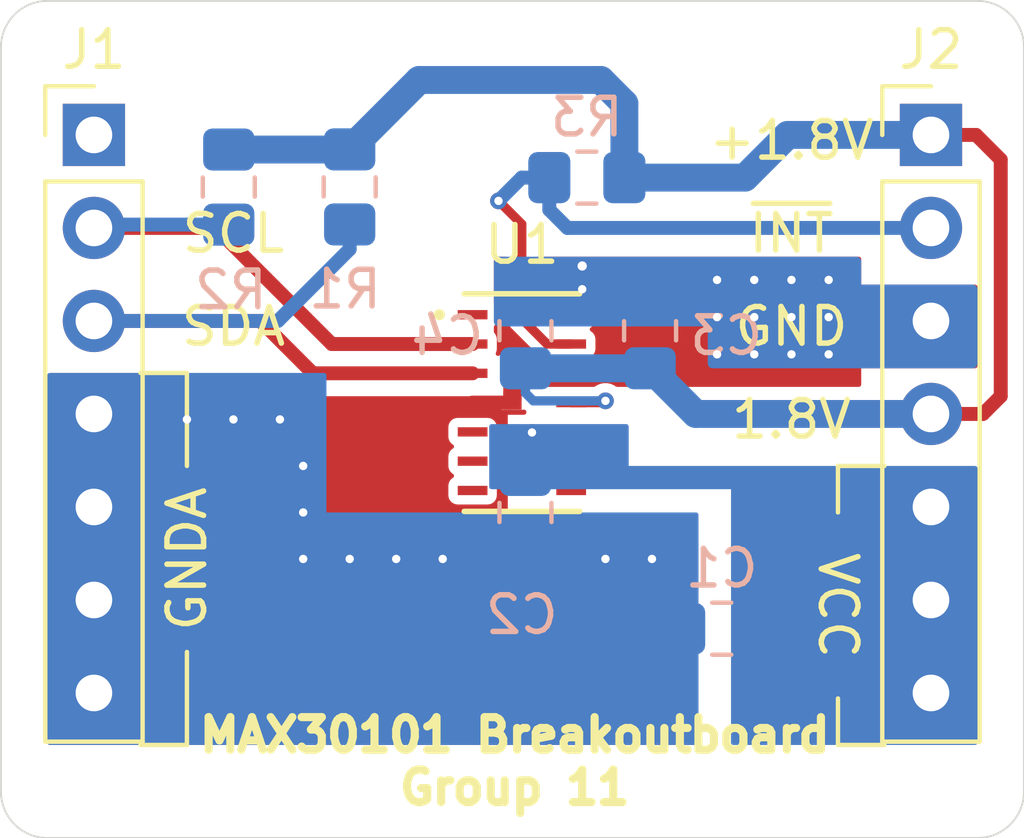
<source format=kicad_pcb>
(kicad_pcb (version 20171130) (host pcbnew 5.1.4-e60b266~84~ubuntu18.04.1)

  (general
    (thickness 1.6)
    (drawings 26)
    (tracks 84)
    (zones 0)
    (modules 11)
    (nets 15)
  )

  (page A4)
  (layers
    (0 F.Cu signal)
    (31 B.Cu signal)
    (32 B.Adhes user hide)
    (33 F.Adhes user hide)
    (34 B.Paste user)
    (35 F.Paste user hide)
    (36 B.SilkS user)
    (37 F.SilkS user)
    (38 B.Mask user)
    (39 F.Mask user)
    (40 Dwgs.User user hide)
    (41 Cmts.User user)
    (42 Eco1.User user)
    (43 Eco2.User user)
    (44 Edge.Cuts user)
    (45 Margin user)
    (46 B.CrtYd user)
    (47 F.CrtYd user hide)
    (48 B.Fab user)
    (49 F.Fab user)
  )

  (setup
    (last_trace_width 0.508)
    (user_trace_width 0.127)
    (user_trace_width 0.1524)
    (user_trace_width 0.2286)
    (user_trace_width 0.254)
    (user_trace_width 0.381)
    (user_trace_width 0.508)
    (user_trace_width 0.762)
    (user_trace_width 1.016)
    (user_trace_width 1.27)
    (trace_clearance 0.2)
    (zone_clearance 0.254)
    (zone_45_only no)
    (trace_min 0.127)
    (via_size 0.8)
    (via_drill 0.4)
    (via_min_size 0.45)
    (via_min_drill 0.2)
    (user_via 0.4572 0.2286)
    (user_via 0.4826 0.254)
    (user_via 0.508 0.381)
    (user_via 0.762 0.635)
    (uvia_size 0.3)
    (uvia_drill 0.1)
    (uvias_allowed no)
    (uvia_min_size 0.2)
    (uvia_min_drill 0.1)
    (edge_width 0.05)
    (segment_width 0.2)
    (pcb_text_width 0.3)
    (pcb_text_size 1.5 1.5)
    (mod_edge_width 0.12)
    (mod_text_size 1 1)
    (mod_text_width 0.15)
    (pad_size 0.5 0.5)
    (pad_drill 0)
    (pad_to_mask_clearance 0.051)
    (solder_mask_min_width 0.25)
    (aux_axis_origin 0 0)
    (visible_elements FFFFF77F)
    (pcbplotparams
      (layerselection 0x010f0_ffffffff)
      (usegerberextensions false)
      (usegerberattributes false)
      (usegerberadvancedattributes false)
      (creategerberjobfile false)
      (excludeedgelayer true)
      (linewidth 0.100000)
      (plotframeref false)
      (viasonmask false)
      (mode 1)
      (useauxorigin false)
      (hpglpennumber 1)
      (hpglpenspeed 20)
      (hpglpendiameter 15.000000)
      (psnegative false)
      (psa4output false)
      (plotreference true)
      (plotvalue true)
      (plotinvisibletext false)
      (padsonsilk false)
      (subtractmaskfromsilk false)
      (outputformat 1)
      (mirror false)
      (drillshape 0)
      (scaleselection 1)
      (outputdirectory "Gerbers/"))
  )

  (net 0 "")
  (net 1 VCC)
  (net 2 GNDA)
  (net 3 GND)
  (net 4 +1V8)
  (net 5 "Net-(J1-Pad3)")
  (net 6 "Net-(J1-Pad2)")
  (net 7 "Net-(J1-Pad1)")
  (net 8 "Net-(J2-Pad2)")
  (net 9 "Net-(U1-Pad1)")
  (net 10 "Net-(U1-Pad5)")
  (net 11 "Net-(U1-Pad6)")
  (net 12 "Net-(U1-Pad7)")
  (net 13 "Net-(U1-Pad8)")
  (net 14 "Net-(U1-Pad14)")

  (net_class Default "This is the default net class."
    (clearance 0.2)
    (trace_width 0.25)
    (via_dia 0.8)
    (via_drill 0.4)
    (uvia_dia 0.3)
    (uvia_drill 0.1)
    (add_net +1V8)
    (add_net GND)
    (add_net GNDA)
    (add_net "Net-(J1-Pad1)")
    (add_net "Net-(J1-Pad2)")
    (add_net "Net-(J1-Pad3)")
    (add_net "Net-(J2-Pad2)")
    (add_net "Net-(U1-Pad1)")
    (add_net "Net-(U1-Pad14)")
    (add_net "Net-(U1-Pad5)")
    (add_net "Net-(U1-Pad6)")
    (add_net "Net-(U1-Pad7)")
    (add_net "Net-(U1-Pad8)")
    (add_net VCC)
  )

  (module Capacitor_SMD:C_0805_2012Metric_Pad1.15x1.40mm_HandSolder (layer B.Cu) (tedit 5B36C52B) (tstamp 5DC3734B)
    (at 17.145 -1.905 180)
    (descr "Capacitor SMD 0805 (2012 Metric), square (rectangular) end terminal, IPC_7351 nominal with elongated pad for handsoldering. (Body size source: https://docs.google.com/spreadsheets/d/1BsfQQcO9C6DZCsRaXUlFlo91Tg2WpOkGARC1WS5S8t0/edit?usp=sharing), generated with kicad-footprint-generator")
    (tags "capacitor handsolder")
    (path /5DC20374)
    (attr smd)
    (fp_text reference C1 (at 0 1.65) (layer B.SilkS)
      (effects (font (size 1 1) (thickness 0.15)) (justify mirror))
    )
    (fp_text value 10uF (at 0 -1.65 180) (layer B.Fab)
      (effects (font (size 1 1) (thickness 0.15)) (justify mirror))
    )
    (fp_line (start -1 -0.6) (end -1 0.6) (layer B.Fab) (width 0.1))
    (fp_line (start -1 0.6) (end 1 0.6) (layer B.Fab) (width 0.1))
    (fp_line (start 1 0.6) (end 1 -0.6) (layer B.Fab) (width 0.1))
    (fp_line (start 1 -0.6) (end -1 -0.6) (layer B.Fab) (width 0.1))
    (fp_line (start -0.261252 0.71) (end 0.261252 0.71) (layer B.SilkS) (width 0.12))
    (fp_line (start -0.261252 -0.71) (end 0.261252 -0.71) (layer B.SilkS) (width 0.12))
    (fp_line (start -1.85 -0.95) (end -1.85 0.95) (layer B.CrtYd) (width 0.05))
    (fp_line (start -1.85 0.95) (end 1.85 0.95) (layer B.CrtYd) (width 0.05))
    (fp_line (start 1.85 0.95) (end 1.85 -0.95) (layer B.CrtYd) (width 0.05))
    (fp_line (start 1.85 -0.95) (end -1.85 -0.95) (layer B.CrtYd) (width 0.05))
    (fp_text user %R (at 0 0 180) (layer B.Fab)
      (effects (font (size 0.5 0.5) (thickness 0.08)) (justify mirror))
    )
    (pad 1 smd roundrect (at -1.025 0 180) (size 1.15 1.4) (layers B.Cu B.Paste B.Mask) (roundrect_rratio 0.217391)
      (net 1 VCC))
    (pad 2 smd roundrect (at 1.025 0 180) (size 1.15 1.4) (layers B.Cu B.Paste B.Mask) (roundrect_rratio 0.217391)
      (net 2 GNDA))
    (model ${KISYS3DMOD}/Capacitor_SMD.3dshapes/C_0805_2012Metric.wrl
      (at (xyz 0 0 0))
      (scale (xyz 1 1 1))
      (rotate (xyz 0 0 0))
    )
  )

  (module Capacitor_SMD:C_0805_2012Metric_Pad1.15x1.40mm_HandSolder (layer B.Cu) (tedit 5B36C52B) (tstamp 5DC37719)
    (at 11.7856 -5.08 270)
    (descr "Capacitor SMD 0805 (2012 Metric), square (rectangular) end terminal, IPC_7351 nominal with elongated pad for handsoldering. (Body size source: https://docs.google.com/spreadsheets/d/1BsfQQcO9C6DZCsRaXUlFlo91Tg2WpOkGARC1WS5S8t0/edit?usp=sharing), generated with kicad-footprint-generator")
    (tags "capacitor handsolder")
    (path /5DC1BC70)
    (attr smd)
    (fp_text reference C2 (at 2.794 0.1016) (layer B.SilkS)
      (effects (font (size 1 1) (thickness 0.15)) (justify mirror))
    )
    (fp_text value 1uF (at 0 -1.65 270) (layer B.Fab)
      (effects (font (size 1 1) (thickness 0.15)) (justify mirror))
    )
    (fp_line (start -1 -0.6) (end -1 0.6) (layer B.Fab) (width 0.1))
    (fp_line (start -1 0.6) (end 1 0.6) (layer B.Fab) (width 0.1))
    (fp_line (start 1 0.6) (end 1 -0.6) (layer B.Fab) (width 0.1))
    (fp_line (start 1 -0.6) (end -1 -0.6) (layer B.Fab) (width 0.1))
    (fp_line (start -0.261252 0.71) (end 0.261252 0.71) (layer B.SilkS) (width 0.12))
    (fp_line (start -0.261252 -0.71) (end 0.261252 -0.71) (layer B.SilkS) (width 0.12))
    (fp_line (start -1.85 -0.95) (end -1.85 0.95) (layer B.CrtYd) (width 0.05))
    (fp_line (start -1.85 0.95) (end 1.85 0.95) (layer B.CrtYd) (width 0.05))
    (fp_line (start 1.85 0.95) (end 1.85 -0.95) (layer B.CrtYd) (width 0.05))
    (fp_line (start 1.85 -0.95) (end -1.85 -0.95) (layer B.CrtYd) (width 0.05))
    (fp_text user %R (at 0 0 270) (layer B.Fab)
      (effects (font (size 0.5 0.5) (thickness 0.08)) (justify mirror))
    )
    (pad 1 smd roundrect (at -1.025 0 270) (size 1.15 1.4) (layers B.Cu B.Paste B.Mask) (roundrect_rratio 0.217391)
      (net 1 VCC))
    (pad 2 smd roundrect (at 1.025 0 270) (size 1.15 1.4) (layers B.Cu B.Paste B.Mask) (roundrect_rratio 0.217391)
      (net 2 GNDA))
    (model ${KISYS3DMOD}/Capacitor_SMD.3dshapes/C_0805_2012Metric.wrl
      (at (xyz 0 0 0))
      (scale (xyz 1 1 1))
      (rotate (xyz 0 0 0))
    )
  )

  (module Capacitor_SMD:C_0805_2012Metric_Pad1.15x1.40mm_HandSolder (layer B.Cu) (tedit 5B36C52B) (tstamp 5DC272D6)
    (at 15.1892 -10.042 90)
    (descr "Capacitor SMD 0805 (2012 Metric), square (rectangular) end terminal, IPC_7351 nominal with elongated pad for handsoldering. (Body size source: https://docs.google.com/spreadsheets/d/1BsfQQcO9C6DZCsRaXUlFlo91Tg2WpOkGARC1WS5S8t0/edit?usp=sharing), generated with kicad-footprint-generator")
    (tags "capacitor handsolder")
    (path /5DC7646F)
    (attr smd)
    (fp_text reference C3 (at -0.136 2.0828) (layer B.SilkS)
      (effects (font (size 1 1) (thickness 0.15)) (justify mirror))
    )
    (fp_text value 10uF (at -0.136 1.778 90) (layer B.Fab)
      (effects (font (size 1 1) (thickness 0.15)) (justify mirror))
    )
    (fp_text user %R (at 0 0 270) (layer B.Fab)
      (effects (font (size 0.5 0.5) (thickness 0.08)) (justify mirror))
    )
    (fp_line (start 1.85 -0.95) (end -1.85 -0.95) (layer B.CrtYd) (width 0.05))
    (fp_line (start 1.85 0.95) (end 1.85 -0.95) (layer B.CrtYd) (width 0.05))
    (fp_line (start -1.85 0.95) (end 1.85 0.95) (layer B.CrtYd) (width 0.05))
    (fp_line (start -1.85 -0.95) (end -1.85 0.95) (layer B.CrtYd) (width 0.05))
    (fp_line (start -0.261252 -0.71) (end 0.261252 -0.71) (layer B.SilkS) (width 0.12))
    (fp_line (start -0.261252 0.71) (end 0.261252 0.71) (layer B.SilkS) (width 0.12))
    (fp_line (start 1 -0.6) (end -1 -0.6) (layer B.Fab) (width 0.1))
    (fp_line (start 1 0.6) (end 1 -0.6) (layer B.Fab) (width 0.1))
    (fp_line (start -1 0.6) (end 1 0.6) (layer B.Fab) (width 0.1))
    (fp_line (start -1 -0.6) (end -1 0.6) (layer B.Fab) (width 0.1))
    (pad 2 smd roundrect (at 1.025 0 90) (size 1.15 1.4) (layers B.Cu B.Paste B.Mask) (roundrect_rratio 0.217391)
      (net 3 GND))
    (pad 1 smd roundrect (at -1.025 0 90) (size 1.15 1.4) (layers B.Cu B.Paste B.Mask) (roundrect_rratio 0.217391)
      (net 4 +1V8))
    (model ${KISYS3DMOD}/Capacitor_SMD.3dshapes/C_0805_2012Metric.wrl
      (at (xyz 0 0 0))
      (scale (xyz 1 1 1))
      (rotate (xyz 0 0 0))
    )
  )

  (module Capacitor_SMD:C_0805_2012Metric_Pad1.15x1.40mm_HandSolder (layer B.Cu) (tedit 5B36C52B) (tstamp 5DC272A6)
    (at 11.7856 -10.042 90)
    (descr "Capacitor SMD 0805 (2012 Metric), square (rectangular) end terminal, IPC_7351 nominal with elongated pad for handsoldering. (Body size source: https://docs.google.com/spreadsheets/d/1BsfQQcO9C6DZCsRaXUlFlo91Tg2WpOkGARC1WS5S8t0/edit?usp=sharing), generated with kicad-footprint-generator")
    (tags "capacitor handsolder")
    (path /5DC76756)
    (attr smd)
    (fp_text reference C4 (at -0.136 -2.1336) (layer B.SilkS)
      (effects (font (size 1 1) (thickness 0.15)) (justify mirror))
    )
    (fp_text value 1uF (at 0.118 -1.905 270) (layer B.Fab)
      (effects (font (size 1 1) (thickness 0.15)) (justify mirror))
    )
    (fp_text user %R (at -0.19 0.02 270) (layer B.Fab)
      (effects (font (size 0.5 0.5) (thickness 0.08)) (justify mirror))
    )
    (fp_line (start 1.85 -0.95) (end -1.85 -0.95) (layer B.CrtYd) (width 0.05))
    (fp_line (start 1.85 0.95) (end 1.85 -0.95) (layer B.CrtYd) (width 0.05))
    (fp_line (start -1.85 0.95) (end 1.85 0.95) (layer B.CrtYd) (width 0.05))
    (fp_line (start -1.85 -0.95) (end -1.85 0.95) (layer B.CrtYd) (width 0.05))
    (fp_line (start -0.261252 -0.71) (end 0.261252 -0.71) (layer B.SilkS) (width 0.12))
    (fp_line (start -0.261252 0.71) (end 0.261252 0.71) (layer B.SilkS) (width 0.12))
    (fp_line (start 1 -0.6) (end -1 -0.6) (layer B.Fab) (width 0.1))
    (fp_line (start 1 0.6) (end 1 -0.6) (layer B.Fab) (width 0.1))
    (fp_line (start -1 0.6) (end 1 0.6) (layer B.Fab) (width 0.1))
    (fp_line (start -1 -0.6) (end -1 0.6) (layer B.Fab) (width 0.1))
    (pad 2 smd roundrect (at 1.025 0 90) (size 1.15 1.4) (layers B.Cu B.Paste B.Mask) (roundrect_rratio 0.217391)
      (net 3 GND))
    (pad 1 smd roundrect (at -1.025 0 90) (size 1.15 1.4) (layers B.Cu B.Paste B.Mask) (roundrect_rratio 0.217391)
      (net 4 +1V8))
    (model ${KISYS3DMOD}/Capacitor_SMD.3dshapes/C_0805_2012Metric.wrl
      (at (xyz 0 0 0))
      (scale (xyz 1 1 1))
      (rotate (xyz 0 0 0))
    )
  )

  (module Connector_PinHeader_2.54mm:PinHeader_1x07_P2.54mm_Vertical (layer F.Cu) (tedit 59FED5CC) (tstamp 5DC22775)
    (at 0 -15.39)
    (descr "Through hole straight pin header, 1x07, 2.54mm pitch, single row")
    (tags "Through hole pin header THT 1x07 2.54mm single row")
    (path /5DC16007)
    (fp_text reference J1 (at 0 -2.33) (layer F.SilkS)
      (effects (font (size 1 1) (thickness 0.15)))
    )
    (fp_text value Left (at 0 17.57) (layer F.Fab)
      (effects (font (size 1 1) (thickness 0.15)))
    )
    (fp_text user %R (at 0 7.62 90) (layer F.Fab)
      (effects (font (size 1 1) (thickness 0.15)))
    )
    (fp_line (start 1.8 -1.8) (end -1.8 -1.8) (layer F.CrtYd) (width 0.05))
    (fp_line (start 1.8 17.05) (end 1.8 -1.8) (layer F.CrtYd) (width 0.05))
    (fp_line (start -1.8 17.05) (end 1.8 17.05) (layer F.CrtYd) (width 0.05))
    (fp_line (start -1.8 -1.8) (end -1.8 17.05) (layer F.CrtYd) (width 0.05))
    (fp_line (start -1.33 -1.33) (end 0 -1.33) (layer F.SilkS) (width 0.12))
    (fp_line (start -1.33 0) (end -1.33 -1.33) (layer F.SilkS) (width 0.12))
    (fp_line (start -1.33 1.27) (end 1.33 1.27) (layer F.SilkS) (width 0.12))
    (fp_line (start 1.33 1.27) (end 1.33 16.57) (layer F.SilkS) (width 0.12))
    (fp_line (start -1.33 1.27) (end -1.33 16.57) (layer F.SilkS) (width 0.12))
    (fp_line (start -1.33 16.57) (end 1.33 16.57) (layer F.SilkS) (width 0.12))
    (fp_line (start -1.27 -0.635) (end -0.635 -1.27) (layer F.Fab) (width 0.1))
    (fp_line (start -1.27 16.51) (end -1.27 -0.635) (layer F.Fab) (width 0.1))
    (fp_line (start 1.27 16.51) (end -1.27 16.51) (layer F.Fab) (width 0.1))
    (fp_line (start 1.27 -1.27) (end 1.27 16.51) (layer F.Fab) (width 0.1))
    (fp_line (start -0.635 -1.27) (end 1.27 -1.27) (layer F.Fab) (width 0.1))
    (pad 7 thru_hole oval (at 0 15.24) (size 1.7 1.7) (drill 1) (layers *.Cu *.Mask)
      (net 2 GNDA))
    (pad 6 thru_hole oval (at 0 12.7) (size 1.7 1.7) (drill 1) (layers *.Cu *.Mask)
      (net 2 GNDA))
    (pad 5 thru_hole oval (at 0 10.16) (size 1.7 1.7) (drill 1) (layers *.Cu *.Mask)
      (net 2 GNDA))
    (pad 4 thru_hole oval (at 0 7.62) (size 1.7 1.7) (drill 1) (layers *.Cu *.Mask)
      (net 2 GNDA))
    (pad 3 thru_hole oval (at 0 5.08) (size 1.7 1.7) (drill 1) (layers *.Cu *.Mask)
      (net 5 "Net-(J1-Pad3)"))
    (pad 2 thru_hole oval (at 0 2.54) (size 1.7 1.7) (drill 1) (layers *.Cu *.Mask)
      (net 6 "Net-(J1-Pad2)"))
    (pad 1 thru_hole rect (at 0 0) (size 1.7 1.7) (drill 1) (layers *.Cu *.Mask)
      (net 7 "Net-(J1-Pad1)"))
    (model ${KISYS3DMOD}/Connector_PinHeader_2.54mm.3dshapes/PinHeader_1x07_P2.54mm_Vertical.wrl
      (at (xyz 0 0 0))
      (scale (xyz 1 1 1))
      (rotate (xyz 0 0 0))
    )
  )

  (module Connector_PinHeader_2.54mm:PinHeader_1x07_P2.54mm_Vertical (layer F.Cu) (tedit 59FED5CC) (tstamp 5DC3070D)
    (at 22.86 -15.39)
    (descr "Through hole straight pin header, 1x07, 2.54mm pitch, single row")
    (tags "Through hole pin header THT 1x07 2.54mm single row")
    (path /5DC15417)
    (fp_text reference J2 (at 0 -2.33) (layer F.SilkS)
      (effects (font (size 1 1) (thickness 0.15)))
    )
    (fp_text value Right (at 0 17.57) (layer F.Fab)
      (effects (font (size 1 1) (thickness 0.15)))
    )
    (fp_line (start -0.635 -1.27) (end 1.27 -1.27) (layer F.Fab) (width 0.1))
    (fp_line (start 1.27 -1.27) (end 1.27 16.51) (layer F.Fab) (width 0.1))
    (fp_line (start 1.27 16.51) (end -1.27 16.51) (layer F.Fab) (width 0.1))
    (fp_line (start -1.27 16.51) (end -1.27 -0.635) (layer F.Fab) (width 0.1))
    (fp_line (start -1.27 -0.635) (end -0.635 -1.27) (layer F.Fab) (width 0.1))
    (fp_line (start -1.33 16.57) (end 1.33 16.57) (layer F.SilkS) (width 0.12))
    (fp_line (start -1.33 1.27) (end -1.33 16.57) (layer F.SilkS) (width 0.12))
    (fp_line (start 1.33 1.27) (end 1.33 16.57) (layer F.SilkS) (width 0.12))
    (fp_line (start -1.33 1.27) (end 1.33 1.27) (layer F.SilkS) (width 0.12))
    (fp_line (start -1.33 0) (end -1.33 -1.33) (layer F.SilkS) (width 0.12))
    (fp_line (start -1.33 -1.33) (end 0 -1.33) (layer F.SilkS) (width 0.12))
    (fp_line (start -1.8 -1.8) (end -1.8 17.05) (layer F.CrtYd) (width 0.05))
    (fp_line (start -1.8 17.05) (end 1.8 17.05) (layer F.CrtYd) (width 0.05))
    (fp_line (start 1.8 17.05) (end 1.8 -1.8) (layer F.CrtYd) (width 0.05))
    (fp_line (start 1.8 -1.8) (end -1.8 -1.8) (layer F.CrtYd) (width 0.05))
    (fp_text user %R (at 0 7.62 90) (layer F.Fab)
      (effects (font (size 1 1) (thickness 0.15)))
    )
    (pad 1 thru_hole rect (at 0 0) (size 1.7 1.7) (drill 1) (layers *.Cu *.Mask)
      (net 4 +1V8))
    (pad 2 thru_hole oval (at 0 2.54) (size 1.7 1.7) (drill 1) (layers *.Cu *.Mask)
      (net 8 "Net-(J2-Pad2)"))
    (pad 3 thru_hole oval (at 0 5.08) (size 1.7 1.7) (drill 1) (layers *.Cu *.Mask)
      (net 3 GND))
    (pad 4 thru_hole oval (at 0 7.62) (size 1.7 1.7) (drill 1) (layers *.Cu *.Mask)
      (net 4 +1V8))
    (pad 5 thru_hole oval (at 0 10.16) (size 1.7 1.7) (drill 1) (layers *.Cu *.Mask)
      (net 1 VCC))
    (pad 6 thru_hole oval (at 0 12.7) (size 1.7 1.7) (drill 1) (layers *.Cu *.Mask)
      (net 1 VCC))
    (pad 7 thru_hole oval (at 0 15.24) (size 1.7 1.7) (drill 1) (layers *.Cu *.Mask)
      (net 1 VCC))
    (model ${KISYS3DMOD}/Connector_PinHeader_2.54mm.3dshapes/PinHeader_1x07_P2.54mm_Vertical.wrl
      (at (xyz 0 0 0))
      (scale (xyz 1 1 1))
      (rotate (xyz 0 0 0))
    )
  )

  (module Resistor_SMD:R_0805_2012Metric_Pad1.15x1.40mm_HandSolder (layer B.Cu) (tedit 5B36C52B) (tstamp 5DC289F8)
    (at 6.985 -13.97 270)
    (descr "Resistor SMD 0805 (2012 Metric), square (rectangular) end terminal, IPC_7351 nominal with elongated pad for handsoldering. (Body size source: https://docs.google.com/spreadsheets/d/1BsfQQcO9C6DZCsRaXUlFlo91Tg2WpOkGARC1WS5S8t0/edit?usp=sharing), generated with kicad-footprint-generator")
    (tags "resistor handsolder")
    (path /5DC1FF9C)
    (attr smd)
    (fp_text reference R1 (at 2.794 0.127 180) (layer B.SilkS)
      (effects (font (size 1 1) (thickness 0.15)) (justify mirror))
    )
    (fp_text value 1.5k (at 0 -1.65 270) (layer B.Fab)
      (effects (font (size 1 1) (thickness 0.15)) (justify mirror))
    )
    (fp_line (start -1 -0.6) (end -1 0.6) (layer B.Fab) (width 0.1))
    (fp_line (start -1 0.6) (end 1 0.6) (layer B.Fab) (width 0.1))
    (fp_line (start 1 0.6) (end 1 -0.6) (layer B.Fab) (width 0.1))
    (fp_line (start 1 -0.6) (end -1 -0.6) (layer B.Fab) (width 0.1))
    (fp_line (start -0.261252 0.71) (end 0.261252 0.71) (layer B.SilkS) (width 0.12))
    (fp_line (start -0.261252 -0.71) (end 0.261252 -0.71) (layer B.SilkS) (width 0.12))
    (fp_line (start -1.85 -0.95) (end -1.85 0.95) (layer B.CrtYd) (width 0.05))
    (fp_line (start -1.85 0.95) (end 1.85 0.95) (layer B.CrtYd) (width 0.05))
    (fp_line (start 1.85 0.95) (end 1.85 -0.95) (layer B.CrtYd) (width 0.05))
    (fp_line (start 1.85 -0.95) (end -1.85 -0.95) (layer B.CrtYd) (width 0.05))
    (fp_text user %R (at 0 0 90) (layer B.Fab)
      (effects (font (size 0.5 0.5) (thickness 0.08)) (justify mirror))
    )
    (pad 1 smd roundrect (at -1.025 0 270) (size 1.15 1.4) (layers B.Cu B.Paste B.Mask) (roundrect_rratio 0.217391)
      (net 4 +1V8))
    (pad 2 smd roundrect (at 1.025 0 270) (size 1.15 1.4) (layers B.Cu B.Paste B.Mask) (roundrect_rratio 0.217391)
      (net 5 "Net-(J1-Pad3)"))
    (model ${KISYS3DMOD}/Resistor_SMD.3dshapes/R_0805_2012Metric.wrl
      (at (xyz 0 0 0))
      (scale (xyz 1 1 1))
      (rotate (xyz 0 0 0))
    )
  )

  (module Resistor_SMD:R_0805_2012Metric_Pad1.15x1.40mm_HandSolder (layer B.Cu) (tedit 5B36C52B) (tstamp 5DC289C8)
    (at 3.683 -13.966 270)
    (descr "Resistor SMD 0805 (2012 Metric), square (rectangular) end terminal, IPC_7351 nominal with elongated pad for handsoldering. (Body size source: https://docs.google.com/spreadsheets/d/1BsfQQcO9C6DZCsRaXUlFlo91Tg2WpOkGARC1WS5S8t0/edit?usp=sharing), generated with kicad-footprint-generator")
    (tags "resistor handsolder")
    (path /5DC1FDF2)
    (attr smd)
    (fp_text reference R2 (at 2.81 -0.055) (layer B.SilkS)
      (effects (font (size 1 1) (thickness 0.15)) (justify mirror))
    )
    (fp_text value 1.5k (at 0 -1.65 270) (layer B.Fab)
      (effects (font (size 1 1) (thickness 0.15)) (justify mirror))
    )
    (fp_text user %R (at 0 0 270) (layer B.Fab)
      (effects (font (size 0.5 0.5) (thickness 0.08)) (justify mirror))
    )
    (fp_line (start 1.85 -0.95) (end -1.85 -0.95) (layer B.CrtYd) (width 0.05))
    (fp_line (start 1.85 0.95) (end 1.85 -0.95) (layer B.CrtYd) (width 0.05))
    (fp_line (start -1.85 0.95) (end 1.85 0.95) (layer B.CrtYd) (width 0.05))
    (fp_line (start -1.85 -0.95) (end -1.85 0.95) (layer B.CrtYd) (width 0.05))
    (fp_line (start -0.261252 -0.71) (end 0.261252 -0.71) (layer B.SilkS) (width 0.12))
    (fp_line (start -0.261252 0.71) (end 0.261252 0.71) (layer B.SilkS) (width 0.12))
    (fp_line (start 1 -0.6) (end -1 -0.6) (layer B.Fab) (width 0.1))
    (fp_line (start 1 0.6) (end 1 -0.6) (layer B.Fab) (width 0.1))
    (fp_line (start -1 0.6) (end 1 0.6) (layer B.Fab) (width 0.1))
    (fp_line (start -1 -0.6) (end -1 0.6) (layer B.Fab) (width 0.1))
    (pad 2 smd roundrect (at 1.025 0 270) (size 1.15 1.4) (layers B.Cu B.Paste B.Mask) (roundrect_rratio 0.217391)
      (net 6 "Net-(J1-Pad2)"))
    (pad 1 smd roundrect (at -1.025 0 270) (size 1.15 1.4) (layers B.Cu B.Paste B.Mask) (roundrect_rratio 0.217391)
      (net 4 +1V8))
    (model ${KISYS3DMOD}/Resistor_SMD.3dshapes/R_0805_2012Metric.wrl
      (at (xyz 0 0 0))
      (scale (xyz 1 1 1))
      (rotate (xyz 0 0 0))
    )
  )

  (module Resistor_SMD:R_0805_2012Metric_Pad1.15x1.40mm_HandSolder (layer B.Cu) (tedit 5B36C52B) (tstamp 5DC28305)
    (at 13.462 -14.224 180)
    (descr "Resistor SMD 0805 (2012 Metric), square (rectangular) end terminal, IPC_7351 nominal with elongated pad for handsoldering. (Body size source: https://docs.google.com/spreadsheets/d/1BsfQQcO9C6DZCsRaXUlFlo91Tg2WpOkGARC1WS5S8t0/edit?usp=sharing), generated with kicad-footprint-generator")
    (tags "resistor handsolder")
    (path /5DC1CF8D)
    (attr smd)
    (fp_text reference R3 (at 0 1.65) (layer B.SilkS)
      (effects (font (size 1 1) (thickness 0.15)) (justify mirror))
    )
    (fp_text value 1.5k (at 0 -1.65) (layer B.Fab)
      (effects (font (size 1 1) (thickness 0.15)) (justify mirror))
    )
    (fp_line (start -1 -0.6) (end -1 0.6) (layer B.Fab) (width 0.1))
    (fp_line (start -1 0.6) (end 1 0.6) (layer B.Fab) (width 0.1))
    (fp_line (start 1 0.6) (end 1 -0.6) (layer B.Fab) (width 0.1))
    (fp_line (start 1 -0.6) (end -1 -0.6) (layer B.Fab) (width 0.1))
    (fp_line (start -0.261252 0.71) (end 0.261252 0.71) (layer B.SilkS) (width 0.12))
    (fp_line (start -0.261252 -0.71) (end 0.261252 -0.71) (layer B.SilkS) (width 0.12))
    (fp_line (start -1.85 -0.95) (end -1.85 0.95) (layer B.CrtYd) (width 0.05))
    (fp_line (start -1.85 0.95) (end 1.85 0.95) (layer B.CrtYd) (width 0.05))
    (fp_line (start 1.85 0.95) (end 1.85 -0.95) (layer B.CrtYd) (width 0.05))
    (fp_line (start 1.85 -0.95) (end -1.85 -0.95) (layer B.CrtYd) (width 0.05))
    (fp_text user %R (at 0 0) (layer B.Fab)
      (effects (font (size 0.5 0.5) (thickness 0.08)) (justify mirror))
    )
    (pad 1 smd roundrect (at -1.025 0 180) (size 1.15 1.4) (layers B.Cu B.Paste B.Mask) (roundrect_rratio 0.217391)
      (net 4 +1V8))
    (pad 2 smd roundrect (at 1.025 0 180) (size 1.15 1.4) (layers B.Cu B.Paste B.Mask) (roundrect_rratio 0.217391)
      (net 8 "Net-(J2-Pad2)"))
    (model ${KISYS3DMOD}/Resistor_SMD.3dshapes/R_0805_2012Metric.wrl
      (at (xyz 0 0 0))
      (scale (xyz 1 1 1))
      (rotate (xyz 0 0 0))
    )
  )

  (module Maxim_HR:MAX30101EFD+ (layer F.Cu) (tedit 5DC106F5) (tstamp 5DC2724E)
    (at 11.688 -8.08)
    (path /5DC11DB2)
    (fp_text reference U1 (at 0 -4.318) (layer F.SilkS)
      (effects (font (size 1 1) (thickness 0.15)))
    )
    (fp_text value MAX30101EFD+ (at 0 4.826) (layer Dwgs.User)
      (effects (font (size 1 1) (thickness 0.15)))
    )
    (fp_line (start -1.5748 2.9718) (end 1.5748 2.9718) (layer F.SilkS) (width 0.1524))
    (fp_line (start 1.5748 -2.9718) (end -1.5748 -2.9718) (layer F.SilkS) (width 0.1524))
    (fp_line (start -1.4478 2.8448) (end 1.4478 2.8448) (layer F.Fab) (width 0.1524))
    (fp_line (start 1.4478 2.8448) (end 1.4478 -2.8448) (layer F.Fab) (width 0.1524))
    (fp_line (start 1.4478 -2.8448) (end -1.4478 -2.8448) (layer F.Fab) (width 0.1524))
    (fp_line (start -1.4478 -2.8448) (end -1.4478 2.8448) (layer F.Fab) (width 0.1524))
    (fp_line (start -2.0066 -2.781) (end -1.7018 -2.781) (layer F.CrtYd) (width 0.1524))
    (fp_line (start -1.7018 -2.781) (end -1.7018 -3.0988) (layer F.CrtYd) (width 0.1524))
    (fp_line (start -1.7018 -3.0988) (end 1.7018 -3.0988) (layer F.CrtYd) (width 0.1524))
    (fp_line (start 1.7018 -3.0988) (end 1.7018 -2.781) (layer F.CrtYd) (width 0.1524))
    (fp_line (start 1.7018 -2.781) (end 2.0066 -2.781) (layer F.CrtYd) (width 0.1524))
    (fp_line (start 2.0066 2.781) (end 1.7018 2.781) (layer F.CrtYd) (width 0.1524))
    (fp_line (start 1.7018 2.781) (end 1.7018 3.0988) (layer F.CrtYd) (width 0.1524))
    (fp_line (start 1.7018 3.0988) (end -1.7018 3.0988) (layer F.CrtYd) (width 0.1524))
    (fp_line (start -1.7018 3.0988) (end -1.7018 2.781) (layer F.CrtYd) (width 0.1524))
    (fp_line (start -1.7018 2.781) (end -2.0066 2.781) (layer F.CrtYd) (width 0.1524))
    (fp_arc (start 0 -2.8448) (end 0.3048 -2.8448) (angle 180) (layer F.Fab) (width 0.1524))
    (fp_circle (center -2.2542 -2.4) (end -2.178 -2.4) (layer F.SilkS) (width 0.1524))
    (fp_circle (center -0.9398 -2.4) (end -0.8636 -2.4) (layer F.Fab) (width 0.1524))
    (pad 1 smd rect (at -1.3462 -2.4) (size 0.8128 0.254) (layers F.Cu F.Paste F.Mask)
      (net 9 "Net-(U1-Pad1)"))
    (pad 2 smd rect (at -1.3462 -1.599999) (size 0.8128 0.254) (layers F.Cu F.Paste F.Mask)
      (net 6 "Net-(J1-Pad2)"))
    (pad 3 smd rect (at -1.3462 -0.800001) (size 0.8128 0.254) (layers F.Cu F.Paste F.Mask)
      (net 5 "Net-(J1-Pad3)"))
    (pad 4 smd rect (at -1.3462 0) (size 0.8128 0.254) (layers F.Cu F.Paste F.Mask)
      (net 2 GNDA))
    (pad 5 smd rect (at -1.3462 0.799998) (size 0.8128 0.254) (layers F.Cu F.Paste F.Mask)
      (net 10 "Net-(U1-Pad5)"))
    (pad 6 smd rect (at -1.3462 1.599999) (size 0.8128 0.254) (layers F.Cu F.Paste F.Mask)
      (net 11 "Net-(U1-Pad6)"))
    (pad 7 smd rect (at -1.3462 2.4) (size 0.8128 0.254) (layers F.Cu F.Paste F.Mask)
      (net 12 "Net-(U1-Pad7)"))
    (pad 8 smd rect (at 1.3462 2.4) (size 0.8128 0.254) (layers F.Cu F.Paste F.Mask)
      (net 13 "Net-(U1-Pad8)"))
    (pad 9 smd rect (at 1.3462 1.599999) (size 0.8128 0.254) (layers F.Cu F.Paste F.Mask)
      (net 1 VCC))
    (pad 10 smd rect (at 1.3462 0.800001) (size 0.8128 0.254) (layers F.Cu F.Paste F.Mask)
      (net 1 VCC))
    (pad 11 smd rect (at 1.3462 0) (size 0.8128 0.254) (layers F.Cu F.Paste F.Mask)
      (net 4 +1V8))
    (pad 12 smd rect (at 1.3462 -0.799998) (size 0.8128 0.254) (layers F.Cu F.Paste F.Mask)
      (net 3 GND))
    (pad 13 smd rect (at 1.3462 -1.599999) (size 0.8128 0.254) (layers F.Cu F.Paste F.Mask)
      (net 8 "Net-(J2-Pad2)"))
    (pad 14 smd rect (at 1.3462 -2.4) (size 0.8128 0.254) (layers F.Cu F.Paste F.Mask)
      (net 14 "Net-(U1-Pad14)"))
  )

  (module NetTie:NetTie-2_SMD_Pad0.5mm (layer F.Cu) (tedit 5DC317F0) (tstamp 5DC371E1)
    (at 11.43 -8.636 90)
    (descr "Net tie, 2 pin, 0.5mm square SMD pads")
    (tags "net tie")
    (path /5DC333BC)
    (attr virtual)
    (fp_text reference NT1 (at 0 -1.2 90) (layer F.Fab) hide
      (effects (font (size 1 1) (thickness 0.15)))
    )
    (fp_text value "AGND - GND" (at 0 1.2 90) (layer F.Fab)
      (effects (font (size 1 1) (thickness 0.15)))
    )
    (fp_poly (pts (xy -0.5 -0.25) (xy 0.5 -0.25) (xy 0.5 0.25) (xy -0.5 0.25)) (layer F.Cu) (width 0))
    (fp_line (start 1 -0.5) (end -1 -0.5) (layer F.CrtYd) (width 0.05))
    (fp_line (start 1 0.5) (end 1 -0.5) (layer F.CrtYd) (width 0.05))
    (fp_line (start -1 0.5) (end 1 0.5) (layer F.CrtYd) (width 0.05))
    (fp_line (start -1 -0.5) (end -1 0.5) (layer F.CrtYd) (width 0.05))
    (pad 1 smd rect (at -0.5 0 90) (size 0.5 0.5) (layers F.Cu)
      (net 2 GNDA))
    (pad 2 smd rect (at 0.5 0 90) (size 0.5 0.5) (layers F.Cu)
      (net 3 GND) (zone_connect 2) (thermal_width 1.27) (thermal_gap 0.127))
  )

  (gr_arc (start 24.13 -17.78) (end 25.4 -17.78) (angle -90) (layer Edge.Cuts) (width 0.05))
  (gr_arc (start -1.27 -17.78) (end -1.27 -19.05) (angle -90) (layer Edge.Cuts) (width 0.05))
  (gr_arc (start -1.27 2.54) (end -2.54 2.54) (angle -90) (layer Edge.Cuts) (width 0.05))
  (gr_arc (start 24.13 2.54) (end 24.13 3.81) (angle -90) (layer Edge.Cuts) (width 0.05))
  (gr_text "MAX30101 Breakoutboard\nGroup 11" (at 11.4935 1.7145) (layer F.SilkS)
    (effects (font (size 0.889 0.889) (thickness 0.22225)))
  )
  (gr_text +1.8V (at 19.05 -15.24) (layer F.SilkS)
    (effects (font (size 1 1) (thickness 0.15)))
  )
  (gr_text ~INT (at 19.05 -12.7) (layer F.SilkS)
    (effects (font (size 1 1) (thickness 0.15)))
  )
  (gr_text GND (at 19.05 -10.16) (layer F.SilkS)
    (effects (font (size 1 1) (thickness 0.15)))
  )
  (gr_text 1.8V (at 19.05 -7.62) (layer F.SilkS)
    (effects (font (size 1 1) (thickness 0.15)))
  )
  (gr_text VCC (at 20.32 -2.54 270) (layer F.SilkS)
    (effects (font (size 1 1) (thickness 0.15)))
  )
  (gr_line (start 20.32 1.27) (end 20.32 0) (layer F.SilkS) (width 0.12))
  (gr_line (start 20.32 1.27) (end 21.59 1.27) (layer F.SilkS) (width 0.12))
  (gr_line (start 20.32 -6.35) (end 20.32 -5.08) (layer F.SilkS) (width 0.12))
  (gr_line (start 21.59 -6.35) (end 20.32 -6.35) (layer F.SilkS) (width 0.12))
  (gr_text SCL (at 3.81 -12.7) (layer F.SilkS)
    (effects (font (size 1 1) (thickness 0.15)))
  )
  (gr_text SDA (at 3.81 -10.16) (layer F.SilkS)
    (effects (font (size 1 1) (thickness 0.15)))
  )
  (gr_text GNDA (at 2.54 -3.81 90) (layer F.SilkS)
    (effects (font (size 1 1) (thickness 0.15)))
  )
  (gr_line (start 2.54 1.27) (end 2.54 -1.27) (layer F.SilkS) (width 0.12))
  (gr_line (start 2.54 1.27) (end 1.27 1.27) (layer F.SilkS) (width 0.12))
  (gr_line (start 2.54 -8.89) (end 2.54 -6.35) (layer F.SilkS) (width 0.12))
  (gr_line (start 1.27 -8.89) (end 2.54 -8.89) (layer F.SilkS) (width 0.12))
  (gr_line (start 25.4 -17.78) (end 25.4 -17.78) (layer Edge.Cuts) (width 0.05) (tstamp 5DC2739D))
  (gr_line (start 25.4 -17.78) (end 25.4 2.54) (layer Edge.Cuts) (width 0.05) (tstamp 5DC2739C))
  (gr_line (start -2.54 2.54) (end -2.54 -17.78) (layer Edge.Cuts) (width 0.05) (tstamp 5DC23109))
  (gr_line (start 24.13 3.81) (end -1.27 3.81) (layer Edge.Cuts) (width 0.05))
  (gr_line (start -1.27 -19.05) (end 24.13 -19.05) (layer Edge.Cuts) (width 0.05))

  (via (at 11.9634 -7.2644) (size 0.4572) (drill 0.2286) (layers F.Cu B.Cu) (net 1))
  (segment (start 11.7856 -6.105) (end 11.7856 -7.0866) (width 0.381) (layer B.Cu) (net 1))
  (segment (start 11.7856 -7.0866) (end 11.9634 -7.2644) (width 0.381) (layer B.Cu) (net 1))
  (segment (start 13.018601 -7.2644) (end 13.0342 -7.279999) (width 0.381) (layer F.Cu) (net 1))
  (segment (start 11.9634 -7.2644) (end 13.018601 -7.2644) (width 0.381) (layer F.Cu) (net 1))
  (segment (start 13.0342 -7.279999) (end 13.0342 -6.480001) (width 0.381) (layer F.Cu) (net 1))
  (segment (start 10.3978 -8.136) (end 10.3418 -8.08) (width 0.254) (layer F.Cu) (net 2))
  (via (at 2.54 -7.62) (size 0.4572) (drill 0.2286) (layers F.Cu B.Cu) (net 2))
  (via (at 3.81 -7.62) (size 0.4572) (drill 0.2286) (layers F.Cu B.Cu) (net 2))
  (via (at 5.08 -7.62) (size 0.4572) (drill 0.2286) (layers F.Cu B.Cu) (net 2))
  (via (at 5.715 -6.35) (size 0.4572) (drill 0.2286) (layers F.Cu B.Cu) (net 2))
  (via (at 5.715 -5.08) (size 0.4572) (drill 0.2286) (layers F.Cu B.Cu) (net 2) (tstamp 5DC375A4))
  (via (at 5.715 -3.81) (size 0.4572) (drill 0.2286) (layers F.Cu B.Cu) (net 2))
  (via (at 6.985 -3.81) (size 0.4572) (drill 0.2286) (layers F.Cu B.Cu) (net 2))
  (via (at 8.255 -3.81) (size 0.4572) (drill 0.2286) (layers F.Cu B.Cu) (net 2))
  (via (at 9.525 -3.81) (size 0.4572) (drill 0.2286) (layers F.Cu B.Cu) (net 2))
  (via (at 13.97 -3.81) (size 0.4572) (drill 0.2286) (layers F.Cu B.Cu) (net 2))
  (via (at 15.24 -3.81) (size 0.4572) (drill 0.2286) (layers F.Cu B.Cu) (net 2))
  (segment (start 11.374 -8.08) (end 11.43 -8.136) (width 0.381) (layer F.Cu) (net 2))
  (segment (start 10.3418 -8.08) (end 11.374 -8.08) (width 0.381) (layer F.Cu) (net 2))
  (via (at 13.335 -11.811) (size 0.4826) (drill 0.254) (layers F.Cu B.Cu) (net 3))
  (via (at 13.335 -11.176) (size 0.4572) (drill 0.2286) (layers F.Cu B.Cu) (net 3))
  (segment (start 12.3738 -8.879998) (end 12.109798 -9.144) (width 0.254) (layer F.Cu) (net 3))
  (segment (start 13.0342 -8.879998) (end 12.3738 -8.879998) (width 0.254) (layer F.Cu) (net 3))
  (segment (start 12.101798 -9.136) (end 11.43 -9.136) (width 0.254) (layer F.Cu) (net 3))
  (segment (start 12.109798 -9.144) (end 12.101798 -9.136) (width 0.254) (layer F.Cu) (net 3))
  (segment (start 11.43 -9.136) (end 11.43 -9.652) (width 0.254) (layer F.Cu) (net 3))
  (via (at 17.018 -11.43) (size 0.4572) (drill 0.2286) (layers F.Cu B.Cu) (net 3))
  (via (at 18.034 -11.43) (size 0.4572) (drill 0.2286) (layers F.Cu B.Cu) (net 3))
  (via (at 19.05 -11.43) (size 0.4572) (drill 0.2286) (layers F.Cu B.Cu) (net 3))
  (via (at 20.066 -11.43) (size 0.4572) (drill 0.2286) (layers F.Cu B.Cu) (net 3))
  (via (at 17.018 -10.414) (size 0.4572) (drill 0.2286) (layers F.Cu B.Cu) (net 3))
  (via (at 18.034 -10.414) (size 0.4572) (drill 0.2286) (layers F.Cu B.Cu) (net 3))
  (via (at 19.05 -10.414) (size 0.4572) (drill 0.2286) (layers F.Cu B.Cu) (net 3))
  (via (at 20.066 -10.414) (size 0.4572) (drill 0.2286) (layers F.Cu B.Cu) (net 3))
  (via (at 17.018 -9.398) (size 0.4572) (drill 0.2286) (layers F.Cu B.Cu) (net 3))
  (via (at 18.034 -9.398) (size 0.4572) (drill 0.2286) (layers F.Cu B.Cu) (net 3))
  (via (at 19.05 -9.398) (size 0.4572) (drill 0.2286) (layers F.Cu B.Cu) (net 3))
  (via (at 20.066 -9.398) (size 0.4572) (drill 0.2286) (layers F.Cu B.Cu) (net 3))
  (segment (start 16.4362 -7.77) (end 15.1892 -9.017) (width 0.762) (layer B.Cu) (net 4))
  (segment (start 22.86 -7.77) (end 16.4362 -7.77) (width 0.762) (layer B.Cu) (net 4))
  (segment (start 15.1892 -9.017) (end 11.7856 -9.017) (width 0.762) (layer B.Cu) (net 4))
  (segment (start 8.881 -16.891) (end 13.843 -16.891) (width 0.762) (layer B.Cu) (net 4))
  (segment (start 14.487 -16.247) (end 14.487 -14.224) (width 0.762) (layer B.Cu) (net 4))
  (segment (start 13.843 -16.891) (end 14.487 -16.247) (width 0.762) (layer B.Cu) (net 4))
  (segment (start 14.487 -14.224) (end 17.78 -14.224) (width 0.762) (layer B.Cu) (net 4))
  (segment (start 18.946 -15.39) (end 22.86 -15.39) (width 0.762) (layer B.Cu) (net 4))
  (segment (start 17.78 -14.224) (end 18.946 -15.39) (width 0.762) (layer B.Cu) (net 4))
  (segment (start 6.981 -14.991) (end 6.985 -14.995) (width 0.762) (layer B.Cu) (net 4))
  (segment (start 6.985 -14.995) (end 8.881 -16.891) (width 0.762) (layer B.Cu) (net 4))
  (segment (start 3.683 -14.991) (end 6.981 -14.991) (width 0.762) (layer B.Cu) (net 4))
  (segment (start 24.091 -15.39) (end 22.86 -15.39) (width 0.381) (layer F.Cu) (net 4))
  (segment (start 24.765 -14.716) (end 24.091 -15.39) (width 0.381) (layer F.Cu) (net 4))
  (segment (start 24.28 -7.77) (end 24.765 -8.255) (width 0.381) (layer F.Cu) (net 4))
  (segment (start 24.765 -8.255) (end 24.765 -14.716) (width 0.381) (layer F.Cu) (net 4))
  (segment (start 22.86 -7.77) (end 24.28 -7.77) (width 0.381) (layer F.Cu) (net 4))
  (segment (start 11.7856 -8.342) (end 11.9996 -8.128) (width 0.254) (layer B.Cu) (net 4))
  (segment (start 11.7856 -9.017) (end 11.7856 -8.342) (width 0.254) (layer B.Cu) (net 4))
  (via (at 13.97 -8.128) (size 0.4572) (drill 0.2286) (layers F.Cu B.Cu) (net 4))
  (segment (start 11.9996 -8.128) (end 13.97 -8.128) (width 0.254) (layer B.Cu) (net 4))
  (segment (start 13.922 -8.08) (end 13.97 -8.128) (width 0.254) (layer F.Cu) (net 4))
  (segment (start 13.0342 -8.08) (end 13.922 -8.08) (width 0.254) (layer F.Cu) (net 4))
  (segment (start 4.549 -10.31) (end 0 -10.31) (width 0.381) (layer F.Cu) (net 5))
  (segment (start 10.3418 -8.880001) (end 5.978999 -8.880001) (width 0.381) (layer F.Cu) (net 5))
  (segment (start 5.978999 -8.880001) (end 4.549 -10.31) (width 0.381) (layer F.Cu) (net 5))
  (segment (start 6.985 -12.945) (end 6.985 -12.27) (width 0.381) (layer B.Cu) (net 5))
  (segment (start 5.025 -10.31) (end 1.202081 -10.31) (width 0.381) (layer B.Cu) (net 5))
  (segment (start 1.202081 -10.31) (end 0 -10.31) (width 0.381) (layer B.Cu) (net 5))
  (segment (start 6.985 -12.27) (end 5.025 -10.31) (width 0.381) (layer B.Cu) (net 5))
  (segment (start 10.3418 -9.679999) (end 6.495001 -9.679999) (width 0.381) (layer F.Cu) (net 6))
  (segment (start 6.495001 -9.679999) (end 3.325 -12.85) (width 0.381) (layer F.Cu) (net 6))
  (segment (start 3.325 -12.85) (end 0 -12.85) (width 0.381) (layer F.Cu) (net 6))
  (segment (start 0.091 -12.941) (end 0 -12.85) (width 0.381) (layer B.Cu) (net 6))
  (segment (start 3.683 -12.941) (end 0.091 -12.941) (width 0.381) (layer B.Cu) (net 6))
  (segment (start 12.437 -13.344) (end 12.437 -14.224) (width 0.381) (layer B.Cu) (net 8))
  (segment (start 22.86 -12.85) (end 12.931 -12.85) (width 0.381) (layer B.Cu) (net 8))
  (segment (start 12.931 -12.85) (end 12.437 -13.344) (width 0.381) (layer B.Cu) (net 8))
  (via (at 11.049 -13.589) (size 0.4572) (drill 0.2286) (layers F.Cu B.Cu) (net 8))
  (segment (start 12.437 -14.224) (end 11.684 -14.224) (width 0.381) (layer B.Cu) (net 8))
  (segment (start 11.684 -14.224) (end 11.049 -13.589) (width 0.381) (layer B.Cu) (net 8))
  (segment (start 12.3738 -9.679999) (end 11.684 -10.369799) (width 0.254) (layer F.Cu) (net 8))
  (segment (start 13.0342 -9.679999) (end 12.3738 -9.679999) (width 0.254) (layer F.Cu) (net 8))
  (segment (start 11.684 -12.954) (end 11.049 -13.589) (width 0.254) (layer F.Cu) (net 8))
  (segment (start 11.684 -10.369799) (end 11.684 -12.954) (width 0.254) (layer F.Cu) (net 8))

  (zone (net 3) (net_name GND) (layer F.Cu) (tstamp 5DC3782F) (hatch edge 0.508)
    (connect_pads yes (clearance 0.254))
    (min_thickness 0.127)
    (fill yes (arc_segments 32) (thermal_gap 0.127) (thermal_bridge_width 1.016))
    (polygon
      (pts
        (xy 12.065 -8.509) (xy 12.065 -8.89) (xy 10.922 -8.89) (xy 10.922 -12.065) (xy 16.129 -12.065)
        (xy 20.955 -12.065) (xy 20.955 -11.303) (xy 24.13 -11.303) (xy 24.13 -9.017) (xy 20.955 -9.017)
        (xy 20.955 -8.509)
      )
    )
    (filled_polygon
      (pts
        (xy 11.2395 -10.391619) (xy 11.237351 -10.369799) (xy 11.2395 -10.347979) (xy 11.2395 -10.34797) (xy 11.245932 -10.282663)
        (xy 11.261631 -10.23091) (xy 11.271349 -10.198874) (xy 11.312624 -10.121654) (xy 11.340464 -10.087731) (xy 11.368171 -10.05397)
        (xy 11.385129 -10.040053) (xy 12.044058 -9.381123) (xy 12.057971 -9.36417) (xy 12.074924 -9.350257) (xy 12.074927 -9.350254)
        (xy 12.125654 -9.308623) (xy 12.193666 -9.27227) (xy 12.202874 -9.267348) (xy 12.286663 -9.241931) (xy 12.35197 -9.235499)
        (xy 12.35198 -9.235499) (xy 12.3738 -9.23335) (xy 12.39562 -9.235499) (xy 12.612204 -9.235499) (xy 12.6278 -9.233963)
        (xy 13.4406 -9.233963) (xy 13.502841 -9.240093) (xy 13.56269 -9.258248) (xy 13.617847 -9.28773) (xy 13.666193 -9.327406)
        (xy 13.705869 -9.375752) (xy 13.735351 -9.430909) (xy 13.753506 -9.490758) (xy 13.759636 -9.552999) (xy 13.759636 -9.806999)
        (xy 13.753506 -9.86924) (xy 13.735351 -9.929089) (xy 13.705869 -9.984246) (xy 13.666193 -10.032592) (xy 13.617847 -10.072268)
        (xy 13.603382 -10.08) (xy 13.617847 -10.087731) (xy 13.666193 -10.127407) (xy 13.705869 -10.175753) (xy 13.735351 -10.23091)
        (xy 13.753506 -10.290759) (xy 13.759636 -10.353) (xy 13.759636 -10.607) (xy 13.753506 -10.669241) (xy 13.735351 -10.72909)
        (xy 13.705869 -10.784247) (xy 13.666193 -10.832593) (xy 13.617847 -10.872269) (xy 13.56269 -10.901751) (xy 13.502841 -10.919906)
        (xy 13.4406 -10.926036) (xy 12.6278 -10.926036) (xy 12.565559 -10.919906) (xy 12.50571 -10.901751) (xy 12.450553 -10.872269)
        (xy 12.402207 -10.832593) (xy 12.362531 -10.784247) (xy 12.333049 -10.72909) (xy 12.314894 -10.669241) (xy 12.308764 -10.607)
        (xy 12.308764 -10.373652) (xy 12.1285 -10.553916) (xy 12.1285 -12.0015) (xy 20.8915 -12.0015) (xy 20.8915 -11.303)
        (xy 20.89272 -11.290612) (xy 20.896334 -11.2787) (xy 20.902202 -11.267721) (xy 20.910099 -11.258099) (xy 20.919721 -11.250202)
        (xy 20.9307 -11.244334) (xy 20.942612 -11.24072) (xy 20.955 -11.2395) (xy 24.0665 -11.2395) (xy 24.0665 -9.0805)
        (xy 20.955 -9.0805) (xy 20.942612 -9.07928) (xy 20.9307 -9.075666) (xy 20.919721 -9.069798) (xy 20.910099 -9.061901)
        (xy 20.902202 -9.052279) (xy 20.896334 -9.0413) (xy 20.89272 -9.029388) (xy 20.8915 -9.017) (xy 20.8915 -8.5725)
        (xy 14.287712 -8.5725) (xy 14.228675 -8.611947) (xy 14.129291 -8.653113) (xy 14.023786 -8.6741) (xy 13.916214 -8.6741)
        (xy 13.810709 -8.653113) (xy 13.711325 -8.611947) (xy 13.652288 -8.5725) (xy 12.1285 -8.5725) (xy 12.1285 -8.89)
        (xy 12.12728 -8.902388) (xy 12.123666 -8.9143) (xy 12.117798 -8.925279) (xy 12.109901 -8.934901) (xy 12.100279 -8.942798)
        (xy 12.0893 -8.948666) (xy 12.077388 -8.95228) (xy 12.065 -8.9535) (xy 11.9975 -8.9535) (xy 11.9975 -9.136)
        (xy 11.994583 -9.165749) (xy 11.991876 -9.195494) (xy 11.991561 -9.196563) (xy 11.991453 -9.197669) (xy 11.982834 -9.226215)
        (xy 11.974381 -9.254938) (xy 11.973864 -9.255927) (xy 11.973543 -9.25699) (xy 11.95955 -9.283306) (xy 11.945673 -9.309851)
        (xy 11.944974 -9.310721) (xy 11.944452 -9.311702) (xy 11.925577 -9.334846) (xy 11.906845 -9.358143) (xy 11.905993 -9.358858)
        (xy 11.905289 -9.359721) (xy 11.882293 -9.378745) (xy 11.859377 -9.397974) (xy 11.858399 -9.398512) (xy 11.857544 -9.399219)
        (xy 11.83127 -9.413426) (xy 11.805077 -9.427825) (xy 11.804018 -9.428161) (xy 11.803036 -9.428692) (xy 11.77447 -9.437534)
        (xy 11.746012 -9.446562) (xy 11.744904 -9.446686) (xy 11.743842 -9.447015) (xy 11.714159 -9.450135) (xy 11.684433 -9.453469)
        (xy 11.682293 -9.453484) (xy 11.682217 -9.453492) (xy 11.68214 -9.453485) (xy 11.68 -9.4535) (xy 11.18 -9.4535)
        (xy 11.150251 -9.450583) (xy 11.120506 -9.447876) (xy 11.119437 -9.447561) (xy 11.118331 -9.447453) (xy 11.089785 -9.438834)
        (xy 11.061062 -9.430381) (xy 11.060073 -9.429864) (xy 11.05901 -9.429543) (xy 11.035555 -9.417072) (xy 11.042951 -9.430909)
        (xy 11.061106 -9.490758) (xy 11.067236 -9.552999) (xy 11.067236 -9.806999) (xy 11.061106 -9.86924) (xy 11.042951 -9.929089)
        (xy 11.013469 -9.984246) (xy 10.9855 -10.018327) (xy 10.9855 -10.141672) (xy 11.013469 -10.175753) (xy 11.042951 -10.23091)
        (xy 11.061106 -10.290759) (xy 11.067236 -10.353) (xy 11.067236 -10.607) (xy 11.061106 -10.669241) (xy 11.042951 -10.72909)
        (xy 11.013469 -10.784247) (xy 10.9855 -10.818328) (xy 10.9855 -12.0015) (xy 11.239501 -12.0015)
      )
    )
  )
  (zone (net 3) (net_name GND) (layer B.Cu) (tstamp 5DC3782C) (hatch edge 0.508)
    (connect_pads yes (clearance 0.254))
    (min_thickness 0.254)
    (fill yes (arc_segments 32) (thermal_gap 0.508) (thermal_bridge_width 1.016))
    (polygon
      (pts
        (xy 24.13 -11.303) (xy 24.13 -9.017) (xy 16.764 -9.017) (xy 16.764 -10.16) (xy 10.922 -10.16)
        (xy 10.922 -12.065) (xy 20.955 -12.065) (xy 20.955 -11.303)
      )
    )
    (filled_polygon
      (pts
        (xy 20.828 -11.303) (xy 20.83044 -11.278224) (xy 20.837667 -11.254399) (xy 20.849403 -11.232443) (xy 20.865197 -11.213197)
        (xy 20.884443 -11.197403) (xy 20.906399 -11.185667) (xy 20.930224 -11.17844) (xy 20.955 -11.176) (xy 24.003 -11.176)
        (xy 24.003 -9.144) (xy 16.891 -9.144) (xy 16.891 -10.16) (xy 16.88856 -10.184776) (xy 16.881333 -10.208601)
        (xy 16.869597 -10.230557) (xy 16.853803 -10.249803) (xy 16.834557 -10.265597) (xy 16.812601 -10.277333) (xy 16.788776 -10.28456)
        (xy 16.764 -10.287) (xy 11.049 -10.287) (xy 11.049 -11.938) (xy 20.828 -11.938)
      )
    )
  )
  (zone (net 2) (net_name GNDA) (layer F.Cu) (tstamp 5DC37829) (hatch edge 0.508)
    (connect_pads yes (clearance 0.254))
    (min_thickness 0.127)
    (fill yes (arc_segments 32) (thermal_gap 0.254) (thermal_bridge_width 1.016))
    (polygon
      (pts
        (xy 11.811 -8.255) (xy 2.286 -8.255) (xy 2.286 -8.89) (xy -1.27 -8.89) (xy -1.27 1.27)
        (xy 11.5824 1.27) (xy 16.51 1.27) (xy 16.51 -4.953) (xy 11.303 -4.953) (xy 11.303 -7.62)
        (xy 11.303 -7.747) (xy 11.811 -7.747)
      )
    )
    (filled_polygon
      (pts
        (xy 2.2225 -8.255) (xy 2.22372 -8.242612) (xy 2.227334 -8.2307) (xy 2.233202 -8.219721) (xy 2.241099 -8.210099)
        (xy 2.250721 -8.202202) (xy 2.2617 -8.196334) (xy 2.273612 -8.19272) (xy 2.286 -8.1915) (xy 10.8625 -8.1915)
        (xy 10.8625 -8.136) (xy 10.865417 -8.106251) (xy 10.868124 -8.076506) (xy 10.868439 -8.075437) (xy 10.868547 -8.074331)
        (xy 10.877166 -8.045785) (xy 10.885619 -8.017062) (xy 10.886136 -8.016073) (xy 10.886457 -8.01501) (xy 10.90045 -7.988694)
        (xy 10.914327 -7.962149) (xy 10.915026 -7.961279) (xy 10.915548 -7.960298) (xy 10.934423 -7.937154) (xy 10.953155 -7.913857)
        (xy 10.954007 -7.913142) (xy 10.954711 -7.912279) (xy 10.977707 -7.893255) (xy 11.000623 -7.874026) (xy 11.001601 -7.873488)
        (xy 11.002456 -7.872781) (xy 11.02873 -7.858574) (xy 11.054923 -7.844175) (xy 11.055982 -7.843839) (xy 11.056964 -7.843308)
        (xy 11.08553 -7.834466) (xy 11.113988 -7.825438) (xy 11.115096 -7.825314) (xy 11.116158 -7.824985) (xy 11.145841 -7.821865)
        (xy 11.175567 -7.818531) (xy 11.177707 -7.818516) (xy 11.177783 -7.818508) (xy 11.17786 -7.818515) (xy 11.18 -7.8185)
        (xy 11.68 -7.8185) (xy 11.709749 -7.821417) (xy 11.739494 -7.824124) (xy 11.740563 -7.824439) (xy 11.741669 -7.824547)
        (xy 11.7475 -7.826308) (xy 11.7475 -7.8105) (xy 11.303 -7.8105) (xy 11.290612 -7.80928) (xy 11.2787 -7.805666)
        (xy 11.267721 -7.799798) (xy 11.258099 -7.791901) (xy 11.250202 -7.782279) (xy 11.244334 -7.7713) (xy 11.24072 -7.759388)
        (xy 11.2395 -7.747) (xy 11.2395 -4.953) (xy 11.24072 -4.940612) (xy 11.244334 -4.9287) (xy 11.250202 -4.917721)
        (xy 11.258099 -4.908099) (xy 11.267721 -4.900202) (xy 11.2787 -4.894334) (xy 11.290612 -4.89072) (xy 11.303 -4.8895)
        (xy 16.4465 -4.8895) (xy 16.4465 1.2065) (xy -1.2065 1.2065) (xy -1.2065 -7.407002) (xy 9.616364 -7.407002)
        (xy 9.616364 -7.153002) (xy 9.622494 -7.090761) (xy 9.640649 -7.030912) (xy 9.670131 -6.975755) (xy 9.709807 -6.927409)
        (xy 9.758153 -6.887733) (xy 9.772618 -6.880002) (xy 9.758153 -6.87227) (xy 9.709807 -6.832594) (xy 9.670131 -6.784248)
        (xy 9.640649 -6.729091) (xy 9.622494 -6.669242) (xy 9.616364 -6.607001) (xy 9.616364 -6.353001) (xy 9.622494 -6.29076)
        (xy 9.640649 -6.230911) (xy 9.670131 -6.175754) (xy 9.709807 -6.127408) (xy 9.758153 -6.087732) (xy 9.772618 -6.080001)
        (xy 9.758153 -6.072269) (xy 9.709807 -6.032593) (xy 9.670131 -5.984247) (xy 9.640649 -5.92909) (xy 9.622494 -5.869241)
        (xy 9.616364 -5.807) (xy 9.616364 -5.553) (xy 9.622494 -5.490759) (xy 9.640649 -5.43091) (xy 9.670131 -5.375753)
        (xy 9.709807 -5.327407) (xy 9.758153 -5.287731) (xy 9.81331 -5.258249) (xy 9.873159 -5.240094) (xy 9.9354 -5.233964)
        (xy 10.7482 -5.233964) (xy 10.810441 -5.240094) (xy 10.87029 -5.258249) (xy 10.925447 -5.287731) (xy 10.973793 -5.327407)
        (xy 11.013469 -5.375753) (xy 11.042951 -5.43091) (xy 11.061106 -5.490759) (xy 11.067236 -5.553) (xy 11.067236 -5.807)
        (xy 11.061106 -5.869241) (xy 11.042951 -5.92909) (xy 11.013469 -5.984247) (xy 10.973793 -6.032593) (xy 10.925447 -6.072269)
        (xy 10.910982 -6.080001) (xy 10.925447 -6.087732) (xy 10.973793 -6.127408) (xy 11.013469 -6.175754) (xy 11.042951 -6.230911)
        (xy 11.061106 -6.29076) (xy 11.067236 -6.353001) (xy 11.067236 -6.607001) (xy 11.061106 -6.669242) (xy 11.042951 -6.729091)
        (xy 11.013469 -6.784248) (xy 10.973793 -6.832594) (xy 10.925447 -6.87227) (xy 10.910982 -6.880002) (xy 10.925447 -6.887733)
        (xy 10.973793 -6.927409) (xy 11.013469 -6.975755) (xy 11.042951 -7.030912) (xy 11.061106 -7.090761) (xy 11.067236 -7.153002)
        (xy 11.067236 -7.407002) (xy 11.061106 -7.469243) (xy 11.042951 -7.529092) (xy 11.013469 -7.584249) (xy 10.973793 -7.632595)
        (xy 10.925447 -7.672271) (xy 10.87029 -7.701753) (xy 10.810441 -7.719908) (xy 10.7482 -7.726038) (xy 9.9354 -7.726038)
        (xy 9.873159 -7.719908) (xy 9.81331 -7.701753) (xy 9.758153 -7.672271) (xy 9.709807 -7.632595) (xy 9.670131 -7.584249)
        (xy 9.640649 -7.529092) (xy 9.622494 -7.469243) (xy 9.616364 -7.407002) (xy -1.2065 -7.407002) (xy -1.2065 -8.8265)
        (xy 2.2225 -8.8265)
      )
    )
  )
  (zone (net 2) (net_name GNDA) (layer B.Cu) (tstamp 5DC37826) (hatch edge 0.508)
    (connect_pads yes (clearance 0.254))
    (min_thickness 0.127)
    (fill yes (arc_segments 32) (thermal_gap 0.127) (thermal_bridge_width 1.016))
    (polygon
      (pts
        (xy 16.51 -5.08) (xy 16.51 1.27) (xy -1.27 1.27) (xy -1.27 -8.89) (xy 6.35 -8.89)
        (xy 6.35 -5.08)
      )
    )
    (filled_polygon
      (pts
        (xy 6.2865 -5.08) (xy 6.28772 -5.067612) (xy 6.291334 -5.0557) (xy 6.297202 -5.044721) (xy 6.305099 -5.035099)
        (xy 6.314721 -5.027202) (xy 6.3257 -5.021334) (xy 6.337612 -5.01772) (xy 6.35 -5.0165) (xy 16.4465 -5.0165)
        (xy 16.4465 1.2065) (xy -1.2065 1.2065) (xy -1.2065 -8.8265) (xy 6.2865 -8.8265)
      )
    )
  )
  (zone (net 1) (net_name VCC) (layer B.Cu) (tstamp 5DC37823) (hatch edge 0.508)
    (connect_pads yes (clearance 0.254))
    (min_thickness 0.127)
    (fill yes (arc_segments 32) (thermal_gap 0.127) (thermal_bridge_width 1.016))
    (polygon
      (pts
        (xy 24.13 1.27) (xy 17.399 1.27) (xy 17.399 -5.715) (xy 10.795 -5.715) (xy 10.795 -7.493)
        (xy 14.605 -7.493) (xy 14.605 -6.35) (xy 24.13 -6.35)
      )
    )
    (filled_polygon
      (pts
        (xy 14.5415 -6.35) (xy 14.54272 -6.337612) (xy 14.546334 -6.3257) (xy 14.552202 -6.314721) (xy 14.560099 -6.305099)
        (xy 14.569721 -6.297202) (xy 14.5807 -6.291334) (xy 14.592612 -6.28772) (xy 14.605 -6.2865) (xy 24.0665 -6.2865)
        (xy 24.0665 1.2065) (xy 17.4625 1.2065) (xy 17.4625 -5.715) (xy 17.46128 -5.727388) (xy 17.457666 -5.7393)
        (xy 17.451798 -5.750279) (xy 17.443901 -5.759901) (xy 17.434279 -5.767798) (xy 17.4233 -5.773666) (xy 17.411388 -5.77728)
        (xy 17.399 -5.7785) (xy 10.8585 -5.7785) (xy 10.8585 -7.4295) (xy 14.5415 -7.4295)
      )
    )
  )
)

</source>
